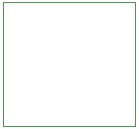
<source format=gbr>
G75*
G70*
%OFA0B0*%
%FSLAX24Y24*%
%IPPOS*%
%LPD*%
%AMOC8*
5,1,8,0,0,1.08239X$1,22.5*
%
%ADD10C,0.0000*%
D10*
X000255Y000225D02*
X000255Y004340D01*
X004660Y004340D01*
X004660Y000225D01*
X000255Y000225D01*
M02*

</source>
